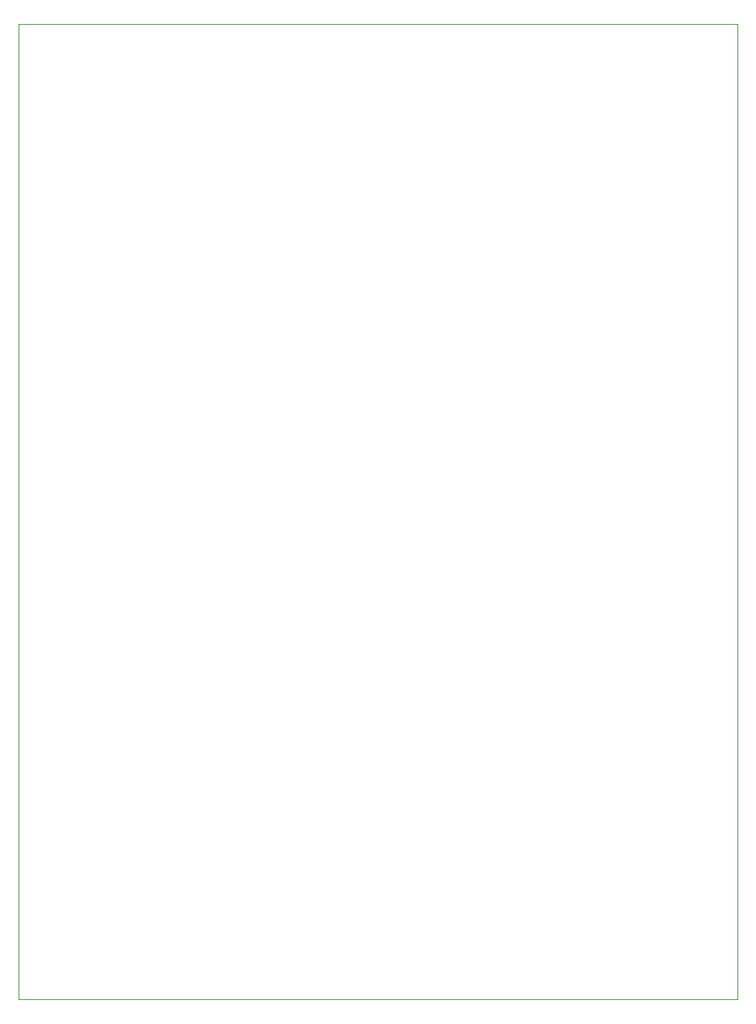
<source format=gbr>
%TF.GenerationSoftware,KiCad,Pcbnew,(6.0.11-0)*%
%TF.CreationDate,2023-03-06T23:16:56+01:00*%
%TF.ProjectId,braids,62726169-6473-42e6-9b69-6361645f7063,rev?*%
%TF.SameCoordinates,Original*%
%TF.FileFunction,Profile,NP*%
%FSLAX46Y46*%
G04 Gerber Fmt 4.6, Leading zero omitted, Abs format (unit mm)*
G04 Created by KiCad (PCBNEW (6.0.11-0)) date 2023-03-06 23:16:56*
%MOMM*%
%LPD*%
G01*
G04 APERTURE LIST*
%TA.AperFunction,Profile*%
%ADD10C,0.050000*%
%TD*%
G04 APERTURE END LIST*
D10*
X187861100Y-158343600D02*
X187861100Y-51663600D01*
X187861100Y-51663600D02*
X109141100Y-51663600D01*
X109141100Y-158343600D02*
X187861100Y-158343600D01*
X109141100Y-51663600D02*
X109141100Y-158343600D01*
M02*

</source>
